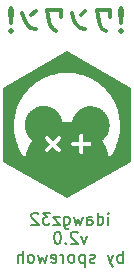
<source format=gbr>
%TF.GenerationSoftware,KiCad,Pcbnew,8.0.0*%
%TF.CreationDate,2024-03-10T21:35:39-05:00*%
%TF.ProjectId,idawgz32,69646177-677a-4333-922e-6b696361645f,rev?*%
%TF.SameCoordinates,Original*%
%TF.FileFunction,Legend,Bot*%
%TF.FilePolarity,Positive*%
%FSLAX46Y46*%
G04 Gerber Fmt 4.6, Leading zero omitted, Abs format (unit mm)*
G04 Created by KiCad (PCBNEW 8.0.0) date 2024-03-10 21:35:39*
%MOMM*%
%LPD*%
G01*
G04 APERTURE LIST*
%ADD10C,0.000000*%
%ADD11C,0.150000*%
%ADD12C,0.300000*%
G04 APERTURE END LIST*
D10*
G36*
X76494091Y-60305658D02*
G01*
X76494093Y-63521286D01*
X76494092Y-66543247D01*
X71092186Y-69662037D01*
X65690274Y-66543247D01*
X65690274Y-63521287D01*
X66597729Y-63521287D01*
X66601830Y-63714944D01*
X66614028Y-63906519D01*
X66634163Y-64095840D01*
X66662055Y-64282747D01*
X66697548Y-64467075D01*
X66740481Y-64648650D01*
X66790675Y-64827316D01*
X66847970Y-65002898D01*
X66912197Y-65175236D01*
X66983198Y-65344164D01*
X67060805Y-65509521D01*
X67144843Y-65671124D01*
X67235156Y-65828824D01*
X67331573Y-65982448D01*
X67433930Y-66131828D01*
X67542061Y-66276799D01*
X67557701Y-66168701D01*
X67576537Y-66061668D01*
X67598528Y-65955746D01*
X67623615Y-65850990D01*
X67651749Y-65747447D01*
X67682879Y-65645176D01*
X67716957Y-65544220D01*
X67753935Y-65444620D01*
X67793759Y-65346446D01*
X67836375Y-65249740D01*
X67881741Y-65154549D01*
X67929799Y-65060925D01*
X67980502Y-64968922D01*
X68033802Y-64878588D01*
X68089647Y-64789972D01*
X68147979Y-64703123D01*
X68077240Y-64646189D01*
X68009865Y-64585414D01*
X67975170Y-64550396D01*
X69234862Y-64550396D01*
X69234896Y-64558320D01*
X69235294Y-64566228D01*
X69236062Y-64574118D01*
X69237194Y-64581973D01*
X69238696Y-64589777D01*
X69240568Y-64597521D01*
X69242807Y-64605184D01*
X69245416Y-64612749D01*
X69248385Y-64620214D01*
X69251728Y-64627558D01*
X69255439Y-64634769D01*
X69259517Y-64641835D01*
X69263962Y-64648734D01*
X69268778Y-64655458D01*
X69273959Y-64661992D01*
X69279509Y-64668323D01*
X69279478Y-64668350D01*
X69279456Y-64668374D01*
X69279429Y-64668399D01*
X69279401Y-64668427D01*
X69284405Y-64673429D01*
X69659440Y-65048463D01*
X69284404Y-65423496D01*
X69279403Y-65428494D01*
X69279505Y-65428600D01*
X69273957Y-65434929D01*
X69268776Y-65441467D01*
X69263963Y-65448194D01*
X69259516Y-65455089D01*
X69255438Y-65462156D01*
X69251730Y-65469366D01*
X69248389Y-65476713D01*
X69245414Y-65484175D01*
X69242809Y-65491745D01*
X69240567Y-65499409D01*
X69238697Y-65507147D01*
X69237196Y-65514952D01*
X69236061Y-65522805D01*
X69235293Y-65530694D01*
X69234894Y-65538609D01*
X69234864Y-65546530D01*
X69235201Y-65554442D01*
X69235909Y-65562338D01*
X69236980Y-65570196D01*
X69238421Y-65578019D01*
X69240231Y-65585768D01*
X69242406Y-65593440D01*
X69244948Y-65601032D01*
X69247860Y-65608509D01*
X69251142Y-65615875D01*
X69254790Y-65623109D01*
X69258804Y-65630200D01*
X69263188Y-65637130D01*
X69267944Y-65643881D01*
X69273060Y-65650455D01*
X69278546Y-65656819D01*
X69284403Y-65662972D01*
X69290559Y-65668825D01*
X69296923Y-65674315D01*
X69303488Y-65679433D01*
X69310245Y-65684185D01*
X69317176Y-65688564D01*
X69324264Y-65692586D01*
X69331497Y-65696230D01*
X69338863Y-65699511D01*
X69346348Y-65702424D01*
X69353935Y-65704969D01*
X69361609Y-65707144D01*
X69369361Y-65708954D01*
X69377173Y-65710393D01*
X69385033Y-65711468D01*
X69392929Y-65712175D01*
X69400847Y-65712511D01*
X69408769Y-65712478D01*
X69416677Y-65712078D01*
X69424568Y-65711314D01*
X69432421Y-65710177D01*
X69440227Y-65708676D01*
X69447967Y-65706804D01*
X69455628Y-65704566D01*
X69463198Y-65701960D01*
X69470663Y-65698991D01*
X69478006Y-65695646D01*
X69485222Y-65691937D01*
X69492283Y-65687858D01*
X69499183Y-65683412D01*
X69505911Y-65678597D01*
X69512443Y-65673417D01*
X69518773Y-65667865D01*
X69518789Y-65667878D01*
X69518800Y-65667895D01*
X69518825Y-65667918D01*
X69518852Y-65667942D01*
X69518878Y-65667973D01*
X69523875Y-65662969D01*
X69898911Y-65287937D01*
X70278946Y-65667970D01*
X70278997Y-65667918D01*
X70279022Y-65667895D01*
X70279048Y-65667865D01*
X70285379Y-65673416D01*
X70291915Y-65678597D01*
X70298640Y-65683411D01*
X70305540Y-65687854D01*
X70312601Y-65691931D01*
X70319814Y-65695645D01*
X70327157Y-65698989D01*
X70334621Y-65701961D01*
X70342192Y-65704567D01*
X70349854Y-65706805D01*
X70357593Y-65708675D01*
X70365399Y-65710182D01*
X70373256Y-65711313D01*
X70381144Y-65712079D01*
X70389058Y-65712477D01*
X70396974Y-65712509D01*
X70404892Y-65712173D01*
X70412787Y-65711469D01*
X70420647Y-65710396D01*
X70428462Y-65708953D01*
X70436211Y-65707145D01*
X70443889Y-65704967D01*
X70451473Y-65702425D01*
X70458957Y-65699510D01*
X70466322Y-65696236D01*
X70473559Y-65692585D01*
X70480647Y-65688567D01*
X70487575Y-65684188D01*
X70494330Y-65679434D01*
X70500898Y-65674314D01*
X70507267Y-65668825D01*
X70513419Y-65662970D01*
X70519273Y-65656815D01*
X70524763Y-65650452D01*
X70529882Y-65643884D01*
X70534632Y-65637127D01*
X70539019Y-65630196D01*
X70543033Y-65623111D01*
X70546684Y-65615877D01*
X70549961Y-65608511D01*
X70552872Y-65601027D01*
X70555419Y-65593437D01*
X70557593Y-65585762D01*
X70559404Y-65578011D01*
X70560841Y-65570199D01*
X70561913Y-65562341D01*
X70562625Y-65554442D01*
X70562958Y-65546530D01*
X70562928Y-65538608D01*
X70562527Y-65530700D01*
X70561764Y-65522804D01*
X70560628Y-65514951D01*
X70559125Y-65507148D01*
X70557254Y-65499404D01*
X70555018Y-65491743D01*
X70552407Y-65484175D01*
X70549436Y-65476709D01*
X70546095Y-65469368D01*
X70542381Y-65462155D01*
X70538307Y-65455097D01*
X70533862Y-65448196D01*
X70529045Y-65441467D01*
X70523866Y-65434934D01*
X70518316Y-65428602D01*
X70518416Y-65428496D01*
X70138386Y-65048464D01*
X71416408Y-65048464D01*
X71416619Y-65056949D01*
X71417241Y-65065337D01*
X71418267Y-65073599D01*
X71419681Y-65081736D01*
X71421483Y-65089737D01*
X71423652Y-65097588D01*
X71426190Y-65105280D01*
X71429077Y-65112808D01*
X71432311Y-65120160D01*
X71435877Y-65127321D01*
X71439763Y-65134293D01*
X71443965Y-65141049D01*
X71448473Y-65147598D01*
X71453271Y-65153913D01*
X71458357Y-65159991D01*
X71463716Y-65165825D01*
X71469339Y-65171407D01*
X71475219Y-65176719D01*
X71481338Y-65181757D01*
X71487694Y-65186508D01*
X71494273Y-65190962D01*
X71501070Y-65195117D01*
X71508072Y-65198950D01*
X71515267Y-65202458D01*
X71522648Y-65205634D01*
X71530204Y-65208468D01*
X71537924Y-65210944D01*
X71545801Y-65213051D01*
X71553830Y-65214787D01*
X71561987Y-65216141D01*
X71570271Y-65217100D01*
X71578669Y-65217650D01*
X71578673Y-65217797D01*
X72116123Y-65217794D01*
X72116118Y-65546527D01*
X72116118Y-65755242D01*
X72116265Y-65755244D01*
X72116816Y-65763644D01*
X72117773Y-65771930D01*
X72119127Y-65780091D01*
X72120866Y-65788109D01*
X72122977Y-65795990D01*
X72125449Y-65803714D01*
X72128280Y-65811270D01*
X72131454Y-65818650D01*
X72134966Y-65825847D01*
X72138803Y-65832846D01*
X72142956Y-65839641D01*
X72147407Y-65846220D01*
X72152160Y-65852578D01*
X72157194Y-65858698D01*
X72162508Y-65864580D01*
X72168086Y-65870196D01*
X72173924Y-65875556D01*
X72180004Y-65880638D01*
X72186321Y-65885442D01*
X72192865Y-65889948D01*
X72199625Y-65894151D01*
X72206593Y-65898039D01*
X72213757Y-65901604D01*
X72221108Y-65904835D01*
X72228632Y-65907724D01*
X72236328Y-65910258D01*
X72244179Y-65912433D01*
X72252177Y-65914233D01*
X72260313Y-65915648D01*
X72268580Y-65916671D01*
X72276960Y-65917295D01*
X72285456Y-65917504D01*
X72293942Y-65917298D01*
X72302325Y-65916675D01*
X72310587Y-65915653D01*
X72318723Y-65914231D01*
X72326725Y-65912431D01*
X72334581Y-65910262D01*
X72342275Y-65907727D01*
X72349802Y-65904834D01*
X72357149Y-65901607D01*
X72364316Y-65898040D01*
X72371283Y-65894149D01*
X72378043Y-65889947D01*
X72384588Y-65885442D01*
X72390904Y-65880638D01*
X72396988Y-65875554D01*
X72402817Y-65870199D01*
X72408396Y-65864576D01*
X72413713Y-65858699D01*
X72418748Y-65852578D01*
X72423502Y-65846220D01*
X72427953Y-65839641D01*
X72432106Y-65832847D01*
X72435943Y-65825849D01*
X72439451Y-65818648D01*
X72442624Y-65811269D01*
X72445459Y-65803710D01*
X72447933Y-65795992D01*
X72450043Y-65788113D01*
X72451780Y-65780088D01*
X72453128Y-65771930D01*
X72454089Y-65763647D01*
X72454645Y-65755245D01*
X72454785Y-65755244D01*
X72454785Y-65217798D01*
X72992235Y-65217792D01*
X72992232Y-65217651D01*
X73000639Y-65217097D01*
X73008920Y-65216144D01*
X73017078Y-65214789D01*
X73025102Y-65213051D01*
X73032981Y-65210942D01*
X73040703Y-65208465D01*
X73048259Y-65205638D01*
X73055641Y-65202458D01*
X73062837Y-65198949D01*
X73069837Y-65195114D01*
X73076631Y-65190962D01*
X73083213Y-65186511D01*
X73089570Y-65181758D01*
X73095689Y-65176719D01*
X73101566Y-65171410D01*
X73107190Y-65165830D01*
X73112544Y-65159993D01*
X73117631Y-65153911D01*
X73122429Y-65147595D01*
X73126938Y-65141054D01*
X73131141Y-65134291D01*
X73135030Y-65127326D01*
X73138591Y-65120160D01*
X73141830Y-65112809D01*
X73144715Y-65105280D01*
X73147250Y-65097588D01*
X73149425Y-65089735D01*
X73151227Y-65081736D01*
X73152642Y-65073596D01*
X73153663Y-65065334D01*
X73154288Y-65056951D01*
X73154497Y-65048466D01*
X73154287Y-65039968D01*
X73153665Y-65031591D01*
X73152641Y-65023325D01*
X73151224Y-65015186D01*
X73149424Y-65007188D01*
X73147251Y-64999337D01*
X73144714Y-64991644D01*
X73141827Y-64984116D01*
X73138592Y-64976766D01*
X73135030Y-64969599D01*
X73131142Y-64962633D01*
X73126936Y-64955875D01*
X73122434Y-64949331D01*
X73117630Y-64943012D01*
X73112546Y-64936929D01*
X73107192Y-64931095D01*
X73101570Y-64925514D01*
X73095690Y-64920203D01*
X73089569Y-64915163D01*
X73083214Y-64910412D01*
X73076631Y-64905961D01*
X73069837Y-64901807D01*
X73062838Y-64897974D01*
X73055638Y-64894465D01*
X73048258Y-64891287D01*
X73040702Y-64888458D01*
X73032981Y-64885988D01*
X73025104Y-64883874D01*
X73017078Y-64882137D01*
X73008922Y-64880785D01*
X73000635Y-64879830D01*
X72992230Y-64879274D01*
X72992234Y-64879127D01*
X72454785Y-64879126D01*
X72454786Y-64341681D01*
X72454644Y-64341681D01*
X72454086Y-64333281D01*
X72453128Y-64324993D01*
X72451779Y-64316833D01*
X72450040Y-64308814D01*
X72447931Y-64300937D01*
X72445456Y-64293212D01*
X72442629Y-64285657D01*
X72439450Y-64278273D01*
X72435942Y-64271081D01*
X72432108Y-64264077D01*
X72427955Y-64257281D01*
X72423502Y-64250700D01*
X72418749Y-64244350D01*
X72413714Y-64238224D01*
X72408399Y-64232346D01*
X72402818Y-64226723D01*
X72396986Y-64221370D01*
X72390903Y-64216281D01*
X72384588Y-64211479D01*
X72378043Y-64206976D01*
X72371280Y-64202773D01*
X72364314Y-64198885D01*
X72357147Y-64195321D01*
X72349800Y-64192091D01*
X72342269Y-64189195D01*
X72334579Y-64186662D01*
X72326725Y-64184491D01*
X72318729Y-64182690D01*
X72310591Y-64181276D01*
X72302326Y-64180247D01*
X72293944Y-64179627D01*
X72285449Y-64179421D01*
X72276963Y-64179625D01*
X72268579Y-64180249D01*
X72260315Y-64181274D01*
X72252180Y-64182688D01*
X72244178Y-64184488D01*
X72236329Y-64186660D01*
X72228632Y-64189197D01*
X72221105Y-64192086D01*
X72213753Y-64195321D01*
X72206592Y-64198880D01*
X72199622Y-64202773D01*
X72192860Y-64206978D01*
X72186321Y-64211484D01*
X72180001Y-64216283D01*
X72173921Y-64221367D01*
X72168085Y-64226727D01*
X72162506Y-64232348D01*
X72157198Y-64238226D01*
X72152156Y-64244348D01*
X72147407Y-64250701D01*
X72142954Y-64257284D01*
X72138803Y-64264081D01*
X72134963Y-64271079D01*
X72131455Y-64278274D01*
X72128279Y-64285656D01*
X72125449Y-64293214D01*
X72122974Y-64300934D01*
X72120864Y-64308813D01*
X72119125Y-64316839D01*
X72117772Y-64324997D01*
X72116816Y-64333279D01*
X72116263Y-64341682D01*
X72116119Y-64341677D01*
X72116119Y-64879129D01*
X71585533Y-64879126D01*
X71578672Y-64879126D01*
X71578672Y-64879274D01*
X71570272Y-64879824D01*
X71561986Y-64880785D01*
X71553822Y-64882136D01*
X71545804Y-64883873D01*
X71537927Y-64885984D01*
X71530202Y-64888460D01*
X71522647Y-64891289D01*
X71515265Y-64894464D01*
X71508068Y-64897972D01*
X71501071Y-64901806D01*
X71494271Y-64905960D01*
X71487693Y-64910415D01*
X71481332Y-64915167D01*
X71475216Y-64920202D01*
X71469342Y-64925517D01*
X71463715Y-64931095D01*
X71458356Y-64936931D01*
X71453275Y-64943008D01*
X71448472Y-64949333D01*
X71443966Y-64955870D01*
X71439766Y-64962633D01*
X71435874Y-64969599D01*
X71432308Y-64976765D01*
X71429078Y-64984114D01*
X71426191Y-64991637D01*
X71423656Y-64999337D01*
X71421480Y-65007191D01*
X71419680Y-65015185D01*
X71418268Y-65023326D01*
X71417240Y-65031593D01*
X71416619Y-65039970D01*
X71416408Y-65048464D01*
X70138386Y-65048464D01*
X70138385Y-65048463D01*
X70513419Y-64673428D01*
X70518418Y-64668431D01*
X70518316Y-64668329D01*
X70523863Y-64661997D01*
X70529046Y-64655461D01*
X70533861Y-64648738D01*
X70538305Y-64641832D01*
X70542385Y-64634772D01*
X70546094Y-64627562D01*
X70549436Y-64620216D01*
X70552411Y-64612755D01*
X70555015Y-64605181D01*
X70557255Y-64597521D01*
X70559126Y-64589776D01*
X70560629Y-64581975D01*
X70561761Y-64574123D01*
X70562529Y-64566232D01*
X70562930Y-64558319D01*
X70562958Y-64550398D01*
X70562622Y-64542483D01*
X70561918Y-64534585D01*
X70560845Y-64526728D01*
X70559403Y-64518910D01*
X70557592Y-64511159D01*
X70555414Y-64503485D01*
X70552872Y-64495901D01*
X70549959Y-64488414D01*
X70546681Y-64481048D01*
X70543032Y-64473819D01*
X70539016Y-64466729D01*
X70534634Y-64459798D01*
X70529879Y-64453041D01*
X70524763Y-64446470D01*
X70519272Y-64440106D01*
X70513415Y-64433954D01*
X70507268Y-64428101D01*
X70500898Y-64422612D01*
X70494328Y-64417493D01*
X70487578Y-64412742D01*
X70480647Y-64408357D01*
X70473558Y-64404340D01*
X70466324Y-64400694D01*
X70458957Y-64397412D01*
X70451476Y-64394501D01*
X70443891Y-64391956D01*
X70436215Y-64389780D01*
X70428463Y-64387972D01*
X70420647Y-64386533D01*
X70412785Y-64385455D01*
X70404893Y-64384751D01*
X70396973Y-64384417D01*
X70389057Y-64384443D01*
X70381141Y-64384844D01*
X70373254Y-64385610D01*
X70365402Y-64386747D01*
X70357597Y-64388250D01*
X70349854Y-64390118D01*
X70342191Y-64392358D01*
X70334624Y-64394960D01*
X70327159Y-64397941D01*
X70319817Y-64401280D01*
X70312602Y-64404989D01*
X70305542Y-64409070D01*
X70298639Y-64413512D01*
X70291916Y-64418330D01*
X70285379Y-64423509D01*
X70279050Y-64429058D01*
X70278949Y-64428954D01*
X70273942Y-64433956D01*
X69898907Y-64808987D01*
X69523878Y-64433957D01*
X69523802Y-64433884D01*
X69523766Y-64433846D01*
X69523726Y-64433811D01*
X69518882Y-64428957D01*
X69518865Y-64428965D01*
X69518854Y-64428979D01*
X69518839Y-64428996D01*
X69518828Y-64429003D01*
X69518776Y-64429058D01*
X69512444Y-64423505D01*
X69505911Y-64418328D01*
X69499184Y-64413514D01*
X69492282Y-64409067D01*
X69485220Y-64404992D01*
X69478007Y-64401277D01*
X69470665Y-64397938D01*
X69463199Y-64394960D01*
X69455629Y-64392356D01*
X69447968Y-64390121D01*
X69440227Y-64388252D01*
X69432423Y-64386750D01*
X69424569Y-64385614D01*
X69416681Y-64384843D01*
X69408766Y-64384446D01*
X69400846Y-64384415D01*
X69392935Y-64384754D01*
X69385034Y-64385455D01*
X69377177Y-64386527D01*
X69369362Y-64387970D01*
X69361611Y-64389778D01*
X69353936Y-64391958D01*
X69346349Y-64394501D01*
X69338866Y-64397419D01*
X69331499Y-64400695D01*
X69324265Y-64404344D01*
X69317175Y-64408355D01*
X69310244Y-64412739D01*
X69303489Y-64417491D01*
X69296919Y-64422611D01*
X69290556Y-64428104D01*
X69284405Y-64433953D01*
X69278548Y-64440105D01*
X69273061Y-64446472D01*
X69267943Y-64453044D01*
X69263189Y-64459797D01*
X69258806Y-64466730D01*
X69254788Y-64473820D01*
X69251143Y-64481052D01*
X69247860Y-64488416D01*
X69244949Y-64495896D01*
X69242405Y-64503487D01*
X69240227Y-64511161D01*
X69238423Y-64518911D01*
X69236979Y-64526726D01*
X69235907Y-64534590D01*
X69235200Y-64542482D01*
X69234862Y-64550396D01*
X67975170Y-64550396D01*
X67946020Y-64520975D01*
X67885873Y-64453026D01*
X67829591Y-64381738D01*
X67777332Y-64307282D01*
X67729267Y-64229815D01*
X67685560Y-64149499D01*
X67646377Y-64066507D01*
X67611883Y-63981003D01*
X67582241Y-63893152D01*
X67557615Y-63803117D01*
X67538182Y-63711062D01*
X67524089Y-63617156D01*
X67515515Y-63521561D01*
X67512620Y-63424448D01*
X67514710Y-63341912D01*
X67520915Y-63260448D01*
X67531120Y-63180175D01*
X67545242Y-63101178D01*
X67563172Y-63023561D01*
X67584804Y-62947429D01*
X67610046Y-62872881D01*
X67638793Y-62800018D01*
X67670939Y-62728941D01*
X67706392Y-62659751D01*
X67745045Y-62592551D01*
X67786803Y-62527439D01*
X67831555Y-62464519D01*
X67879209Y-62403893D01*
X67929653Y-62345660D01*
X67982800Y-62289918D01*
X68038543Y-62236777D01*
X68096776Y-62186328D01*
X68157403Y-62138670D01*
X68220324Y-62093922D01*
X68285435Y-62052162D01*
X68352634Y-62013510D01*
X68421822Y-61978061D01*
X68492898Y-61945908D01*
X68565761Y-61917160D01*
X68640308Y-61891928D01*
X68716441Y-61870290D01*
X68794056Y-61852361D01*
X68873055Y-61838238D01*
X68953336Y-61828031D01*
X69034792Y-61821827D01*
X69117330Y-61819736D01*
X69192175Y-61821456D01*
X69266143Y-61826560D01*
X69339158Y-61834971D01*
X69411142Y-61846610D01*
X69482023Y-61861418D01*
X69551724Y-61879303D01*
X69620170Y-61900200D01*
X69687290Y-61924029D01*
X69752999Y-61950715D01*
X69817235Y-61980187D01*
X69879908Y-62012361D01*
X69940957Y-62047171D01*
X70000297Y-62084535D01*
X70057853Y-62124384D01*
X70113559Y-62166637D01*
X70167325Y-62211220D01*
X70219092Y-62258062D01*
X70268774Y-62307084D01*
X70316295Y-62358210D01*
X70361589Y-62411366D01*
X70404569Y-62466475D01*
X70445168Y-62523473D01*
X70483313Y-62582267D01*
X70518919Y-62642793D01*
X70551919Y-62704976D01*
X70582236Y-62768730D01*
X70609789Y-62833993D01*
X70634510Y-62900685D01*
X70656325Y-62968726D01*
X70675153Y-63038049D01*
X70690917Y-63108569D01*
X70703553Y-63180223D01*
X70751516Y-63175359D01*
X70799665Y-63171137D01*
X70847995Y-63167547D01*
X70896497Y-63164602D01*
X70945171Y-63162305D01*
X70994012Y-63160656D01*
X71043019Y-63159670D01*
X71092184Y-63159336D01*
X71092182Y-63159335D01*
X71144905Y-63159716D01*
X71197443Y-63160860D01*
X71249795Y-63162752D01*
X71301954Y-63165390D01*
X71353915Y-63168774D01*
X71405671Y-63172898D01*
X71457217Y-63177748D01*
X71508550Y-63183325D01*
X71521972Y-63112657D01*
X71538453Y-63043103D01*
X71557919Y-62974763D01*
X71580292Y-62907688D01*
X71605506Y-62841963D01*
X71633479Y-62777661D01*
X71664151Y-62714853D01*
X71697435Y-62653610D01*
X71733265Y-62594004D01*
X71771570Y-62536115D01*
X71812265Y-62480008D01*
X71855294Y-62425768D01*
X71900570Y-62373455D01*
X71948024Y-62323148D01*
X71997584Y-62274924D01*
X72049181Y-62228849D01*
X72102732Y-62185002D01*
X72158174Y-62143450D01*
X72215424Y-62104271D01*
X72274414Y-62067537D01*
X72335072Y-62033322D01*
X72397326Y-62001700D01*
X72461096Y-61972741D01*
X72526317Y-61946515D01*
X72592905Y-61923107D01*
X72660798Y-61902577D01*
X72729920Y-61885015D01*
X72800192Y-61870472D01*
X72871549Y-61859037D01*
X72943916Y-61850779D01*
X73017214Y-61845770D01*
X73091375Y-61844084D01*
X73173911Y-61846168D01*
X73255371Y-61852370D01*
X73335651Y-61862582D01*
X73414645Y-61876708D01*
X73492264Y-61894634D01*
X73568398Y-61916263D01*
X73642947Y-61941510D01*
X73715809Y-61970250D01*
X73786881Y-62002404D01*
X73856073Y-62037857D01*
X73923271Y-62076504D01*
X73988383Y-62118260D01*
X74051303Y-62163013D01*
X74111927Y-62210669D01*
X74170161Y-62261118D01*
X74225903Y-62314267D01*
X74279050Y-62370004D01*
X74329498Y-62428241D01*
X74377152Y-62488866D01*
X74421905Y-62551786D01*
X74463657Y-62616894D01*
X74502310Y-62684093D01*
X74537762Y-62753281D01*
X74569913Y-62824360D01*
X74598659Y-62897222D01*
X74623900Y-62971772D01*
X74645532Y-63047903D01*
X74663465Y-63125515D01*
X74677582Y-63204521D01*
X74687793Y-63284795D01*
X74693994Y-63366255D01*
X74696084Y-63448792D01*
X74696086Y-63448792D01*
X74693163Y-63546326D01*
X74684516Y-63642322D01*
X74670306Y-63736616D01*
X74650703Y-63829036D01*
X74625870Y-63919422D01*
X74595986Y-64007599D01*
X74561205Y-64093407D01*
X74521701Y-64176672D01*
X74477643Y-64257234D01*
X74429193Y-64334915D01*
X74376522Y-64409555D01*
X74319796Y-64480988D01*
X74259184Y-64549040D01*
X74194846Y-64613554D01*
X74126961Y-64674357D01*
X74055695Y-64731271D01*
X74112071Y-64816902D01*
X74166044Y-64904209D01*
X74217559Y-64993161D01*
X74247498Y-65048463D01*
X74266572Y-65083694D01*
X74313039Y-65175771D01*
X74356906Y-65269346D01*
X74398127Y-65364362D01*
X74436658Y-65460781D01*
X74472448Y-65558549D01*
X74505453Y-65657624D01*
X74535621Y-65757952D01*
X74562908Y-65859491D01*
X74587269Y-65962194D01*
X74608655Y-66066013D01*
X74627015Y-66170899D01*
X74642303Y-66276799D01*
X74750431Y-66131824D01*
X74852790Y-65982443D01*
X74949206Y-65828821D01*
X75039521Y-65671126D01*
X75123560Y-65509515D01*
X75201165Y-65344166D01*
X75272166Y-65175236D01*
X75336395Y-65002898D01*
X75393691Y-64827313D01*
X75443883Y-64648646D01*
X75486811Y-64467073D01*
X75522308Y-64282747D01*
X75550202Y-64095840D01*
X75570331Y-63906517D01*
X75582535Y-63714941D01*
X75586635Y-63521290D01*
X75580785Y-63290114D01*
X75563419Y-63061965D01*
X75534817Y-62837124D01*
X75495274Y-62615865D01*
X75445059Y-62398480D01*
X75384467Y-62185249D01*
X75313773Y-61976454D01*
X75233256Y-61772381D01*
X75143218Y-61573312D01*
X75043919Y-61379529D01*
X74935662Y-61191317D01*
X74818715Y-61008958D01*
X74693368Y-60832733D01*
X74559905Y-60662926D01*
X74418610Y-60499827D01*
X74269760Y-60343709D01*
X74113642Y-60194858D01*
X73950540Y-60053561D01*
X73780732Y-59920101D01*
X73604513Y-59794750D01*
X73422151Y-59677809D01*
X73233937Y-59569547D01*
X73040154Y-59470253D01*
X72841087Y-59380208D01*
X72637012Y-59299696D01*
X72428219Y-59229004D01*
X72214987Y-59168410D01*
X71997605Y-59118197D01*
X71776346Y-59078651D01*
X71551500Y-59050050D01*
X71323354Y-59032684D01*
X71092183Y-59026831D01*
X70861011Y-59032683D01*
X70632858Y-59050051D01*
X70408013Y-59078651D01*
X70186760Y-59118197D01*
X69969375Y-59168408D01*
X69756145Y-59229005D01*
X69547348Y-59299700D01*
X69343276Y-59380206D01*
X69144209Y-59470254D01*
X68950424Y-59569550D01*
X68762211Y-59677809D01*
X68579850Y-59794752D01*
X68403627Y-59920097D01*
X68233821Y-60053559D01*
X68070721Y-60194857D01*
X67914600Y-60343707D01*
X67765751Y-60499826D01*
X67624456Y-60662927D01*
X67490992Y-60832735D01*
X67365647Y-61008955D01*
X67248702Y-61191319D01*
X67140440Y-61379530D01*
X67041148Y-61573311D01*
X66951100Y-61772384D01*
X66870591Y-61976454D01*
X66799899Y-62185250D01*
X66739304Y-62398486D01*
X66689093Y-62615865D01*
X66649543Y-62837119D01*
X66620945Y-63061967D01*
X66603578Y-63290114D01*
X66597729Y-63521287D01*
X65690274Y-63521287D01*
X65690274Y-60305653D01*
X71092181Y-57186867D01*
X76494091Y-60305658D01*
G37*
D11*
X74605530Y-71875753D02*
X74605530Y-71209086D01*
X74605530Y-70875753D02*
X74653149Y-70923372D01*
X74653149Y-70923372D02*
X74605530Y-70970991D01*
X74605530Y-70970991D02*
X74557911Y-70923372D01*
X74557911Y-70923372D02*
X74605530Y-70875753D01*
X74605530Y-70875753D02*
X74605530Y-70970991D01*
X73700769Y-71875753D02*
X73700769Y-70875753D01*
X73700769Y-71828134D02*
X73796007Y-71875753D01*
X73796007Y-71875753D02*
X73986483Y-71875753D01*
X73986483Y-71875753D02*
X74081721Y-71828134D01*
X74081721Y-71828134D02*
X74129340Y-71780514D01*
X74129340Y-71780514D02*
X74176959Y-71685276D01*
X74176959Y-71685276D02*
X74176959Y-71399562D01*
X74176959Y-71399562D02*
X74129340Y-71304324D01*
X74129340Y-71304324D02*
X74081721Y-71256705D01*
X74081721Y-71256705D02*
X73986483Y-71209086D01*
X73986483Y-71209086D02*
X73796007Y-71209086D01*
X73796007Y-71209086D02*
X73700769Y-71256705D01*
X72796007Y-71875753D02*
X72796007Y-71351943D01*
X72796007Y-71351943D02*
X72843626Y-71256705D01*
X72843626Y-71256705D02*
X72938864Y-71209086D01*
X72938864Y-71209086D02*
X73129340Y-71209086D01*
X73129340Y-71209086D02*
X73224578Y-71256705D01*
X72796007Y-71828134D02*
X72891245Y-71875753D01*
X72891245Y-71875753D02*
X73129340Y-71875753D01*
X73129340Y-71875753D02*
X73224578Y-71828134D01*
X73224578Y-71828134D02*
X73272197Y-71732895D01*
X73272197Y-71732895D02*
X73272197Y-71637657D01*
X73272197Y-71637657D02*
X73224578Y-71542419D01*
X73224578Y-71542419D02*
X73129340Y-71494800D01*
X73129340Y-71494800D02*
X72891245Y-71494800D01*
X72891245Y-71494800D02*
X72796007Y-71447181D01*
X72415054Y-71209086D02*
X72224578Y-71875753D01*
X72224578Y-71875753D02*
X72034102Y-71399562D01*
X72034102Y-71399562D02*
X71843626Y-71875753D01*
X71843626Y-71875753D02*
X71653150Y-71209086D01*
X70843626Y-71209086D02*
X70843626Y-72018610D01*
X70843626Y-72018610D02*
X70891245Y-72113848D01*
X70891245Y-72113848D02*
X70938864Y-72161467D01*
X70938864Y-72161467D02*
X71034102Y-72209086D01*
X71034102Y-72209086D02*
X71176959Y-72209086D01*
X71176959Y-72209086D02*
X71272197Y-72161467D01*
X70843626Y-71828134D02*
X70938864Y-71875753D01*
X70938864Y-71875753D02*
X71129340Y-71875753D01*
X71129340Y-71875753D02*
X71224578Y-71828134D01*
X71224578Y-71828134D02*
X71272197Y-71780514D01*
X71272197Y-71780514D02*
X71319816Y-71685276D01*
X71319816Y-71685276D02*
X71319816Y-71399562D01*
X71319816Y-71399562D02*
X71272197Y-71304324D01*
X71272197Y-71304324D02*
X71224578Y-71256705D01*
X71224578Y-71256705D02*
X71129340Y-71209086D01*
X71129340Y-71209086D02*
X70938864Y-71209086D01*
X70938864Y-71209086D02*
X70843626Y-71256705D01*
X70462673Y-71209086D02*
X69938864Y-71209086D01*
X69938864Y-71209086D02*
X70462673Y-71875753D01*
X70462673Y-71875753D02*
X69938864Y-71875753D01*
X69653149Y-70875753D02*
X69034102Y-70875753D01*
X69034102Y-70875753D02*
X69367435Y-71256705D01*
X69367435Y-71256705D02*
X69224578Y-71256705D01*
X69224578Y-71256705D02*
X69129340Y-71304324D01*
X69129340Y-71304324D02*
X69081721Y-71351943D01*
X69081721Y-71351943D02*
X69034102Y-71447181D01*
X69034102Y-71447181D02*
X69034102Y-71685276D01*
X69034102Y-71685276D02*
X69081721Y-71780514D01*
X69081721Y-71780514D02*
X69129340Y-71828134D01*
X69129340Y-71828134D02*
X69224578Y-71875753D01*
X69224578Y-71875753D02*
X69510292Y-71875753D01*
X69510292Y-71875753D02*
X69605530Y-71828134D01*
X69605530Y-71828134D02*
X69653149Y-71780514D01*
X68653149Y-70970991D02*
X68605530Y-70923372D01*
X68605530Y-70923372D02*
X68510292Y-70875753D01*
X68510292Y-70875753D02*
X68272197Y-70875753D01*
X68272197Y-70875753D02*
X68176959Y-70923372D01*
X68176959Y-70923372D02*
X68129340Y-70970991D01*
X68129340Y-70970991D02*
X68081721Y-71066229D01*
X68081721Y-71066229D02*
X68081721Y-71161467D01*
X68081721Y-71161467D02*
X68129340Y-71304324D01*
X68129340Y-71304324D02*
X68700768Y-71875753D01*
X68700768Y-71875753D02*
X68081721Y-71875753D01*
X72796006Y-72819030D02*
X72557911Y-73485697D01*
X72557911Y-73485697D02*
X72319816Y-72819030D01*
X71986482Y-72580935D02*
X71938863Y-72533316D01*
X71938863Y-72533316D02*
X71843625Y-72485697D01*
X71843625Y-72485697D02*
X71605530Y-72485697D01*
X71605530Y-72485697D02*
X71510292Y-72533316D01*
X71510292Y-72533316D02*
X71462673Y-72580935D01*
X71462673Y-72580935D02*
X71415054Y-72676173D01*
X71415054Y-72676173D02*
X71415054Y-72771411D01*
X71415054Y-72771411D02*
X71462673Y-72914268D01*
X71462673Y-72914268D02*
X72034101Y-73485697D01*
X72034101Y-73485697D02*
X71415054Y-73485697D01*
X70986482Y-73390458D02*
X70938863Y-73438078D01*
X70938863Y-73438078D02*
X70986482Y-73485697D01*
X70986482Y-73485697D02*
X71034101Y-73438078D01*
X71034101Y-73438078D02*
X70986482Y-73390458D01*
X70986482Y-73390458D02*
X70986482Y-73485697D01*
X70319816Y-72485697D02*
X70224578Y-72485697D01*
X70224578Y-72485697D02*
X70129340Y-72533316D01*
X70129340Y-72533316D02*
X70081721Y-72580935D01*
X70081721Y-72580935D02*
X70034102Y-72676173D01*
X70034102Y-72676173D02*
X69986483Y-72866649D01*
X69986483Y-72866649D02*
X69986483Y-73104744D01*
X69986483Y-73104744D02*
X70034102Y-73295220D01*
X70034102Y-73295220D02*
X70081721Y-73390458D01*
X70081721Y-73390458D02*
X70129340Y-73438078D01*
X70129340Y-73438078D02*
X70224578Y-73485697D01*
X70224578Y-73485697D02*
X70319816Y-73485697D01*
X70319816Y-73485697D02*
X70415054Y-73438078D01*
X70415054Y-73438078D02*
X70462673Y-73390458D01*
X70462673Y-73390458D02*
X70510292Y-73295220D01*
X70510292Y-73295220D02*
X70557911Y-73104744D01*
X70557911Y-73104744D02*
X70557911Y-72866649D01*
X70557911Y-72866649D02*
X70510292Y-72676173D01*
X70510292Y-72676173D02*
X70462673Y-72580935D01*
X70462673Y-72580935D02*
X70415054Y-72533316D01*
X70415054Y-72533316D02*
X70319816Y-72485697D01*
X75819817Y-75095641D02*
X75819817Y-74095641D01*
X75819817Y-74476593D02*
X75724579Y-74428974D01*
X75724579Y-74428974D02*
X75534103Y-74428974D01*
X75534103Y-74428974D02*
X75438865Y-74476593D01*
X75438865Y-74476593D02*
X75391246Y-74524212D01*
X75391246Y-74524212D02*
X75343627Y-74619450D01*
X75343627Y-74619450D02*
X75343627Y-74905164D01*
X75343627Y-74905164D02*
X75391246Y-75000402D01*
X75391246Y-75000402D02*
X75438865Y-75048022D01*
X75438865Y-75048022D02*
X75534103Y-75095641D01*
X75534103Y-75095641D02*
X75724579Y-75095641D01*
X75724579Y-75095641D02*
X75819817Y-75048022D01*
X75010293Y-74428974D02*
X74772198Y-75095641D01*
X74534103Y-74428974D02*
X74772198Y-75095641D01*
X74772198Y-75095641D02*
X74867436Y-75333736D01*
X74867436Y-75333736D02*
X74915055Y-75381355D01*
X74915055Y-75381355D02*
X75010293Y-75428974D01*
X73438864Y-75048022D02*
X73343626Y-75095641D01*
X73343626Y-75095641D02*
X73153150Y-75095641D01*
X73153150Y-75095641D02*
X73057912Y-75048022D01*
X73057912Y-75048022D02*
X73010293Y-74952783D01*
X73010293Y-74952783D02*
X73010293Y-74905164D01*
X73010293Y-74905164D02*
X73057912Y-74809926D01*
X73057912Y-74809926D02*
X73153150Y-74762307D01*
X73153150Y-74762307D02*
X73296007Y-74762307D01*
X73296007Y-74762307D02*
X73391245Y-74714688D01*
X73391245Y-74714688D02*
X73438864Y-74619450D01*
X73438864Y-74619450D02*
X73438864Y-74571831D01*
X73438864Y-74571831D02*
X73391245Y-74476593D01*
X73391245Y-74476593D02*
X73296007Y-74428974D01*
X73296007Y-74428974D02*
X73153150Y-74428974D01*
X73153150Y-74428974D02*
X73057912Y-74476593D01*
X72581721Y-74428974D02*
X72581721Y-75428974D01*
X72581721Y-74476593D02*
X72486483Y-74428974D01*
X72486483Y-74428974D02*
X72296007Y-74428974D01*
X72296007Y-74428974D02*
X72200769Y-74476593D01*
X72200769Y-74476593D02*
X72153150Y-74524212D01*
X72153150Y-74524212D02*
X72105531Y-74619450D01*
X72105531Y-74619450D02*
X72105531Y-74905164D01*
X72105531Y-74905164D02*
X72153150Y-75000402D01*
X72153150Y-75000402D02*
X72200769Y-75048022D01*
X72200769Y-75048022D02*
X72296007Y-75095641D01*
X72296007Y-75095641D02*
X72486483Y-75095641D01*
X72486483Y-75095641D02*
X72581721Y-75048022D01*
X71534102Y-75095641D02*
X71629340Y-75048022D01*
X71629340Y-75048022D02*
X71676959Y-75000402D01*
X71676959Y-75000402D02*
X71724578Y-74905164D01*
X71724578Y-74905164D02*
X71724578Y-74619450D01*
X71724578Y-74619450D02*
X71676959Y-74524212D01*
X71676959Y-74524212D02*
X71629340Y-74476593D01*
X71629340Y-74476593D02*
X71534102Y-74428974D01*
X71534102Y-74428974D02*
X71391245Y-74428974D01*
X71391245Y-74428974D02*
X71296007Y-74476593D01*
X71296007Y-74476593D02*
X71248388Y-74524212D01*
X71248388Y-74524212D02*
X71200769Y-74619450D01*
X71200769Y-74619450D02*
X71200769Y-74905164D01*
X71200769Y-74905164D02*
X71248388Y-75000402D01*
X71248388Y-75000402D02*
X71296007Y-75048022D01*
X71296007Y-75048022D02*
X71391245Y-75095641D01*
X71391245Y-75095641D02*
X71534102Y-75095641D01*
X70772197Y-75095641D02*
X70772197Y-74428974D01*
X70772197Y-74619450D02*
X70724578Y-74524212D01*
X70724578Y-74524212D02*
X70676959Y-74476593D01*
X70676959Y-74476593D02*
X70581721Y-74428974D01*
X70581721Y-74428974D02*
X70486483Y-74428974D01*
X69772197Y-75048022D02*
X69867435Y-75095641D01*
X69867435Y-75095641D02*
X70057911Y-75095641D01*
X70057911Y-75095641D02*
X70153149Y-75048022D01*
X70153149Y-75048022D02*
X70200768Y-74952783D01*
X70200768Y-74952783D02*
X70200768Y-74571831D01*
X70200768Y-74571831D02*
X70153149Y-74476593D01*
X70153149Y-74476593D02*
X70057911Y-74428974D01*
X70057911Y-74428974D02*
X69867435Y-74428974D01*
X69867435Y-74428974D02*
X69772197Y-74476593D01*
X69772197Y-74476593D02*
X69724578Y-74571831D01*
X69724578Y-74571831D02*
X69724578Y-74667069D01*
X69724578Y-74667069D02*
X70200768Y-74762307D01*
X69391244Y-74428974D02*
X69200768Y-75095641D01*
X69200768Y-75095641D02*
X69010292Y-74619450D01*
X69010292Y-74619450D02*
X68819816Y-75095641D01*
X68819816Y-75095641D02*
X68629340Y-74428974D01*
X68105530Y-75095641D02*
X68200768Y-75048022D01*
X68200768Y-75048022D02*
X68248387Y-75000402D01*
X68248387Y-75000402D02*
X68296006Y-74905164D01*
X68296006Y-74905164D02*
X68296006Y-74619450D01*
X68296006Y-74619450D02*
X68248387Y-74524212D01*
X68248387Y-74524212D02*
X68200768Y-74476593D01*
X68200768Y-74476593D02*
X68105530Y-74428974D01*
X68105530Y-74428974D02*
X67962673Y-74428974D01*
X67962673Y-74428974D02*
X67867435Y-74476593D01*
X67867435Y-74476593D02*
X67819816Y-74524212D01*
X67819816Y-74524212D02*
X67772197Y-74619450D01*
X67772197Y-74619450D02*
X67772197Y-74905164D01*
X67772197Y-74905164D02*
X67819816Y-75000402D01*
X67819816Y-75000402D02*
X67867435Y-75048022D01*
X67867435Y-75048022D02*
X67962673Y-75095641D01*
X67962673Y-75095641D02*
X68105530Y-75095641D01*
X67343625Y-75095641D02*
X67343625Y-74095641D01*
X66915054Y-75095641D02*
X66915054Y-74571831D01*
X66915054Y-74571831D02*
X66962673Y-74476593D01*
X66962673Y-74476593D02*
X67057911Y-74428974D01*
X67057911Y-74428974D02*
X67200768Y-74428974D01*
X67200768Y-74428974D02*
X67296006Y-74476593D01*
X67296006Y-74476593D02*
X67343625Y-74524212D01*
D12*
X75693882Y-55384929D02*
X75598644Y-55480168D01*
X75598644Y-55480168D02*
X75693882Y-55575406D01*
X75693882Y-55575406D02*
X75789120Y-55480168D01*
X75789120Y-55480168D02*
X75693882Y-55384929D01*
X75693882Y-55384929D02*
X75693882Y-55575406D01*
X75693882Y-54813501D02*
X75789120Y-53670644D01*
X75789120Y-53670644D02*
X75693882Y-53575406D01*
X75693882Y-53575406D02*
X75598644Y-53670644D01*
X75598644Y-53670644D02*
X75693882Y-54813501D01*
X75693882Y-54813501D02*
X75693882Y-53575406D01*
X74741501Y-53670644D02*
X74741501Y-54337310D01*
X73598644Y-53670644D02*
X73693882Y-54242072D01*
X73693882Y-54242072D02*
X73789120Y-54623025D01*
X73789120Y-54623025D02*
X73884358Y-55003977D01*
X73884358Y-55003977D02*
X74074834Y-55289691D01*
X74074834Y-55289691D02*
X74360549Y-55480168D01*
X74741501Y-53670644D02*
X73598644Y-53670644D01*
X72646263Y-53765882D02*
X72265311Y-54146834D01*
X72646263Y-55289691D02*
X72170073Y-55194453D01*
X72170073Y-55194453D02*
X71884358Y-54908739D01*
X71884358Y-54908739D02*
X71693882Y-54623025D01*
X71693882Y-54623025D02*
X71503406Y-53956358D01*
X70551025Y-53670644D02*
X70551025Y-54337310D01*
X69408168Y-53670644D02*
X69503406Y-54242072D01*
X69503406Y-54242072D02*
X69598644Y-54623025D01*
X69598644Y-54623025D02*
X69693882Y-55003977D01*
X69693882Y-55003977D02*
X69884358Y-55289691D01*
X69884358Y-55289691D02*
X70170073Y-55480168D01*
X70551025Y-53670644D02*
X69408168Y-53670644D01*
X68455787Y-53765882D02*
X68074835Y-54146834D01*
X68455787Y-55289691D02*
X67979597Y-55194453D01*
X67979597Y-55194453D02*
X67693882Y-54908739D01*
X67693882Y-54908739D02*
X67503406Y-54623025D01*
X67503406Y-54623025D02*
X67312930Y-53956358D01*
X66360549Y-55384929D02*
X66265311Y-55480168D01*
X66265311Y-55480168D02*
X66360549Y-55575406D01*
X66360549Y-55575406D02*
X66455787Y-55480168D01*
X66455787Y-55480168D02*
X66360549Y-55384929D01*
X66360549Y-55384929D02*
X66360549Y-55575406D01*
X66360549Y-54813501D02*
X66455787Y-53670644D01*
X66455787Y-53670644D02*
X66360549Y-53575406D01*
X66360549Y-53575406D02*
X66265311Y-53670644D01*
X66265311Y-53670644D02*
X66360549Y-54813501D01*
X66360549Y-54813501D02*
X66360549Y-53575406D01*
M02*

</source>
